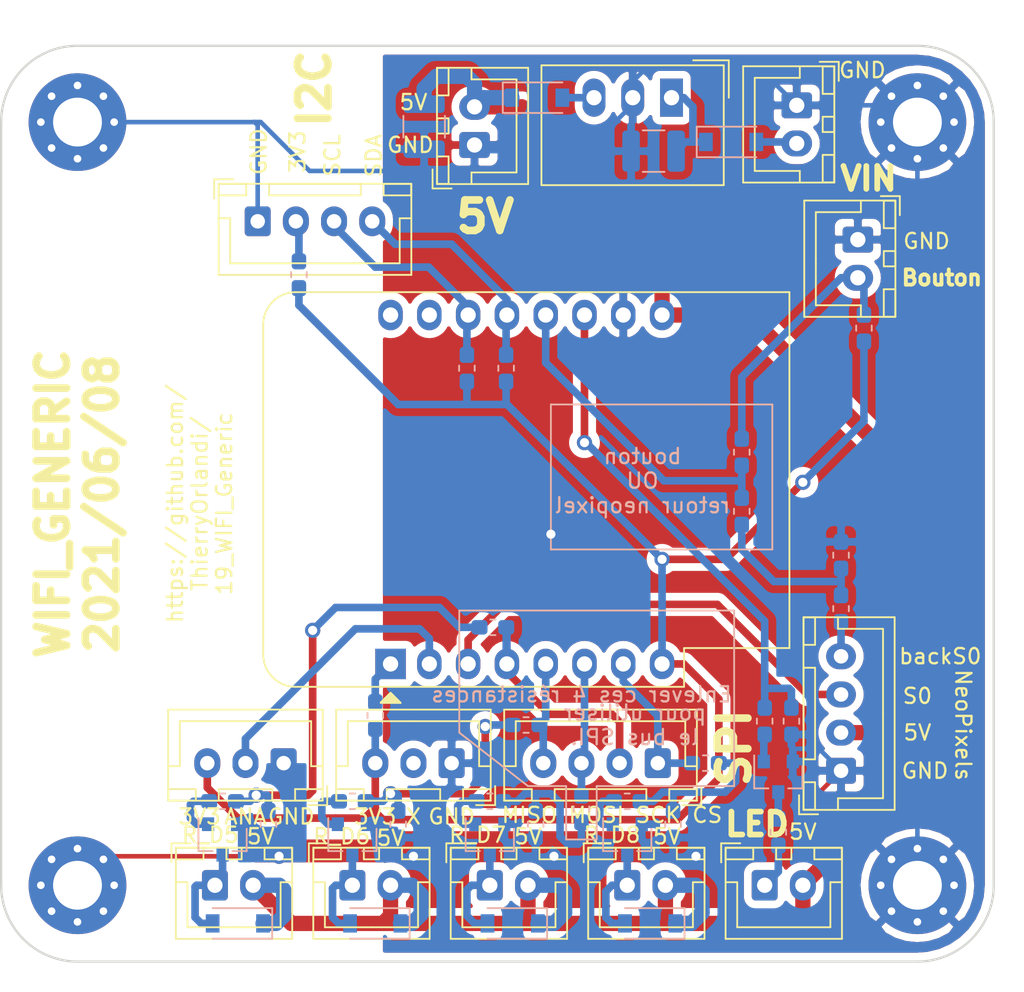
<source format=kicad_pcb>
(kicad_pcb (version 20171130) (host pcbnew "(5.1.9)-1")
  (layers (0 F.Cu signal) (31 B.Cu signal) (34 B.Paste user hide) (35 F.Paste user hide) (36 B.SilkS user) (37 F.SilkS user hide) (38 B.Mask user hide) (39 F.Mask user hide) (44 Edge.Cuts user))
  (net 0 "")
  (net 1 GND)
  (net 2 5V)
  (net 3 back0)
  (net 4 S0)
  (net 5 SCL)
  (net 6 SDA)
  (net 7 bouton1)
  (net 8 "Net-(Q1-Pad1)")
  (net 9 "Net-(Q1-Pad3)")
  (net 10 3V3)
  (net 11 LED_out)
  (net 12 back0_div)
  (net 13 "Net-(U1-Pad15)")
  (net 14 "Net-(U1-Pad16)")
  (net 15 "Net-(D1-Pad2)")
  (net 16 "Net-(D2-Pad2)")
  (net 17 "Net-(D3-Pad2)")
  (net 18 "Net-(D4-Pad2)")
  (net 19 CS)
  (net 20 SCK)
  (net 21 MOSI)
  (net 22 MISO)
  (net 23 "Net-(J6-Pad2)")
  (net 24 "Net-(J7-Pad2)")
  (net 25 "Net-(J9-Pad1)")
  (net 26 "Net-(Q2-Pad1)")
  (net 27 "Net-(Q3-Pad1)")
  (net 28 "Net-(Q4-Pad1)")
  (net 29 "Net-(Q5-Pad1)")
  (net 30 "Net-(R3-Pad1)")
  (net 31 "Net-(R4-Pad2)")
  (net 32 "Net-(R17-Pad2)")
  (net 33 "Net-(R19-Pad2)")
  (net 34 "Net-(R21-Pad2)")
  (net 35 "Net-(R23-Pad2)")
  (net 36 "Net-(C1-Pad1)")
  (net 37 Vin)
  (net 38 "Net-(D6-Pad2)")
  (net 39 "Net-(J3-Pad2)")
  (module Resistor_SMD:R_0603_1608Metric_Pad1.05x0.95mm_HandSolder (layer B.Cu) (at 145.5 101.125 270)
    (fp_text reference R7 hide)
    (fp_text value 2k2)
    (pad 2 smd roundrect (at 0.875 0 270) (size 1.05 0.95) (layers B.Cu B.Paste B.Mask) (net 10 3V3))
    (pad 1 smd roundrect (at -0.875 0 270) (size 1.05 0.95) (layers B.Cu B.Paste B.Mask) (net 5 SCL))
  )
  (module Resistor_SMD:R_0603_1608Metric_Pad1.05x0.95mm_HandSolder (layer B.Cu) (at 148.067 101.125 270)
    (fp_text reference R6 hide)
    (fp_text value 2k2)
    (pad 2 smd roundrect (at 0.875 0 270) (size 1.05 0.95) (layers B.Cu B.Paste B.Mask) (net 10 3V3))
    (pad 1 smd roundrect (at -0.875 0 270) (size 1.05 0.95) (layers B.Cu B.Paste B.Mask) (net 6 SDA))
  )
  (module Resistor_SMD:R_0603_1608Metric_Pad1.05x0.95mm_HandSolder (layer B.Cu) (at 170 113.375 270)
    (fp_text reference R2 hide)
    (fp_text value 22k)
    (pad 2 smd roundrect (at 0.875 0 270) (size 1.05 0.95) (layers B.Cu B.Paste B.Mask) (net 12 back0_div))
    (pad 1 smd roundrect (at -0.875 0 270) (size 1.05 0.95) (layers B.Cu B.Paste B.Mask) (net 1 GND))
  )
  (module Package_TO_SOT_SMD:SOT-23 (layer B.Cu) (at 165.892 127.894 270)
    (fp_text reference Q1 hide)
    (fp_text value 2N7002)
    (pad 3 smd rect (at 1 0 270) (size 0.9 0.8) (layers B.Cu B.Paste B.Mask) (net 9 "Net-(Q1-Pad3)"))
    (pad 2 smd rect (at -1 -0.95 270) (size 0.9 0.8) (layers B.Cu B.Paste B.Mask) (net 1 GND))
    (pad 1 smd rect (at -1 0.95 270) (size 0.9 0.8) (layers B.Cu B.Paste B.Mask) (net 8 "Net-(Q1-Pad1)"))
  )
  (module MountingHole:MountingHole_3.2mm_M3_Pad_Via (layer F.Cu) (at 175 135)
    (fp_text reference H3 hide)
    (fp_text value MountingHole_Pad)
    (pad 1 thru_hole circle (at 1.697056 -1.697056) (size 0.8 0.8) (drill 0.5) (layers *.Cu *.Mask) (net 1 GND))
    (pad 1 thru_hole circle (at 0 -2.4) (size 0.8 0.8) (drill 0.5) (layers *.Cu *.Mask) (net 1 GND))
    (pad 1 thru_hole circle (at -1.697056 -1.697056) (size 0.8 0.8) (drill 0.5) (layers *.Cu *.Mask) (net 1 GND))
    (pad 1 thru_hole circle (at -2.4 0) (size 0.8 0.8) (drill 0.5) (layers *.Cu *.Mask) (net 1 GND))
    (pad 1 thru_hole circle (at -1.697056 1.697056) (size 0.8 0.8) (drill 0.5) (layers *.Cu *.Mask) (net 1 GND))
    (pad 1 thru_hole circle (at 0 2.4) (size 0.8 0.8) (drill 0.5) (layers *.Cu *.Mask) (net 1 GND))
    (pad 1 thru_hole circle (at 1.697056 1.697056) (size 0.8 0.8) (drill 0.5) (layers *.Cu *.Mask) (net 1 GND))
    (pad 1 thru_hole circle (at 2.4 0) (size 0.8 0.8) (drill 0.5) (layers *.Cu *.Mask) (net 1 GND))
    (pad 1 thru_hole circle (at 0 0) (size 6.4 6.4) (drill 3.2) (layers *.Cu *.Mask) (net 1 GND))
  )
  (module MountingHole:MountingHole_3.2mm_M3_Pad_Via (layer F.Cu) (at 120 85)
    (fp_text reference H1 hide)
    (fp_text value MountingHole_Pad)
    (pad 1 thru_hole circle (at 1.697056 -1.697056) (size 0.8 0.8) (drill 0.5) (layers *.Cu *.Mask) (net 1 GND))
    (pad 1 thru_hole circle (at 0 -2.4) (size 0.8 0.8) (drill 0.5) (layers *.Cu *.Mask) (net 1 GND))
    (pad 1 thru_hole circle (at -1.697056 -1.697056) (size 0.8 0.8) (drill 0.5) (layers *.Cu *.Mask) (net 1 GND))
    (pad 1 thru_hole circle (at -2.4 0) (size 0.8 0.8) (drill 0.5) (layers *.Cu *.Mask) (net 1 GND))
    (pad 1 thru_hole circle (at -1.697056 1.697056) (size 0.8 0.8) (drill 0.5) (layers *.Cu *.Mask) (net 1 GND))
    (pad 1 thru_hole circle (at 0 2.4) (size 0.8 0.8) (drill 0.5) (layers *.Cu *.Mask) (net 1 GND))
    (pad 1 thru_hole circle (at 1.697056 1.697056) (size 0.8 0.8) (drill 0.5) (layers *.Cu *.Mask) (net 1 GND))
    (pad 1 thru_hole circle (at 2.4 0) (size 0.8 0.8) (drill 0.5) (layers *.Cu *.Mask) (net 1 GND))
    (pad 1 thru_hole circle (at 0 0) (size 6.4 6.4) (drill 3.2) (layers *.Cu *.Mask) (net 1 GND))
  )
  (module MountingHole:MountingHole_3.2mm_M3_Pad_Via (layer F.Cu) (at 175 85)
    (fp_text reference H2 hide)
    (fp_text value MountingHole_Pad)
    (pad 1 thru_hole circle (at 1.697056 -1.697056) (size 0.8 0.8) (drill 0.5) (layers *.Cu *.Mask) (net 1 GND))
    (pad 1 thru_hole circle (at 0 -2.4) (size 0.8 0.8) (drill 0.5) (layers *.Cu *.Mask) (net 1 GND))
    (pad 1 thru_hole circle (at -1.697056 -1.697056) (size 0.8 0.8) (drill 0.5) (layers *.Cu *.Mask) (net 1 GND))
    (pad 1 thru_hole circle (at -2.4 0) (size 0.8 0.8) (drill 0.5) (layers *.Cu *.Mask) (net 1 GND))
    (pad 1 thru_hole circle (at -1.697056 1.697056) (size 0.8 0.8) (drill 0.5) (layers *.Cu *.Mask) (net 1 GND))
    (pad 1 thru_hole circle (at 0 2.4) (size 0.8 0.8) (drill 0.5) (layers *.Cu *.Mask) (net 1 GND))
    (pad 1 thru_hole circle (at 1.697056 1.697056) (size 0.8 0.8) (drill 0.5) (layers *.Cu *.Mask) (net 1 GND))
    (pad 1 thru_hole circle (at 2.4 0) (size 0.8 0.8) (drill 0.5) (layers *.Cu *.Mask) (net 1 GND))
    (pad 1 thru_hole circle (at 0 0) (size 6.4 6.4) (drill 3.2) (layers *.Cu *.Mask) (net 1 GND))
  )
  (module MountingHole:MountingHole_3.2mm_M3_Pad_Via (layer F.Cu) (at 120 135)
    (fp_text reference H4 hide)
    (fp_text value MountingHole_Pad)
    (pad 1 thru_hole circle (at 1.697056 -1.697056) (size 0.8 0.8) (drill 0.5) (layers *.Cu *.Mask) (net 1 GND))
    (pad 1 thru_hole circle (at 0 -2.4) (size 0.8 0.8) (drill 0.5) (layers *.Cu *.Mask) (net 1 GND))
    (pad 1 thru_hole circle (at -1.697056 -1.697056) (size 0.8 0.8) (drill 0.5) (layers *.Cu *.Mask) (net 1 GND))
    (pad 1 thru_hole circle (at -2.4 0) (size 0.8 0.8) (drill 0.5) (layers *.Cu *.Mask) (net 1 GND))
    (pad 1 thru_hole circle (at -1.697056 1.697056) (size 0.8 0.8) (drill 0.5) (layers *.Cu *.Mask) (net 1 GND))
    (pad 1 thru_hole circle (at 0 2.4) (size 0.8 0.8) (drill 0.5) (layers *.Cu *.Mask) (net 1 GND))
    (pad 1 thru_hole circle (at 1.697056 1.697056) (size 0.8 0.8) (drill 0.5) (layers *.Cu *.Mask) (net 1 GND))
    (pad 1 thru_hole circle (at 2.4 0) (size 0.8 0.8) (drill 0.5) (layers *.Cu *.Mask) (net 1 GND))
    (pad 1 thru_hole circle (at 0 0) (size 6.4 6.4) (drill 3.2) (layers *.Cu *.Mask) (net 1 GND))
  )
  (module Resistor_SMD:R_0603_1608Metric_Pad1.05x0.95mm_HandSolder (layer B.Cu) (at 171.5 98.5 270)
    (fp_text reference R13 hide)
    (fp_text value 100k)
    (pad 2 smd roundrect (at 0.875 0 270) (size 1.05 0.95) (layers B.Cu B.Paste B.Mask) (net 10 3V3))
    (pad 1 smd roundrect (at -0.875 0 270) (size 1.05 0.95) (layers B.Cu B.Paste B.Mask) (net 7 bouton1))
  )
  (module Resistor_SMD:R_0603_1608Metric_Pad1.05x0.95mm_HandSolder (layer B.Cu) (at 170 116.875 270)
    (fp_text reference R1 hide)
    (fp_text value 10k)
    (pad 2 smd roundrect (at 0.875 0 270) (size 1.05 0.95) (layers B.Cu B.Paste B.Mask) (net 3 back0))
    (pad 1 smd roundrect (at -0.875 0 270) (size 1.05 0.95) (layers B.Cu B.Paste B.Mask) (net 12 back0_div))
  )
  (module Resistor_SMD:R_0603_1608Metric_Pad1.05x0.95mm_HandSolder (layer B.Cu) (at 165.892 131.519 270)
    (fp_text reference R14 hide)
    (fp_text value 1k)
    (pad 2 smd roundrect (at 0.875 0 270) (size 1.05 0.95) (layers B.Cu B.Paste B.Mask) (net 25 "Net-(J9-Pad1)"))
    (pad 1 smd roundrect (at -0.875 0 270) (size 1.05 0.95) (layers B.Cu B.Paste B.Mask) (net 9 "Net-(Q1-Pad3)"))
  )
  (module Resistor_SMD:R_0603_1608Metric_Pad1.05x0.95mm_HandSolder (layer B.Cu) (at 165 124.25 270)
    (fp_text reference R15 hide)
    (fp_text value 100)
    (pad 2 smd roundrect (at 0.875 0 270) (size 1.05 0.95) (layers B.Cu B.Paste B.Mask) (net 8 "Net-(Q1-Pad1)"))
    (pad 1 smd roundrect (at -0.875 0 270) (size 1.05 0.95) (layers B.Cu B.Paste B.Mask) (net 11 LED_out))
  )
  (module Resistor_SMD:R_0603_1608Metric_Pad1.05x0.95mm_HandSolder (layer B.Cu) (at 166.75 124.25 90)
    (fp_text reference R16 hide)
    (fp_text value 100k)
    (pad 2 smd roundrect (at 0.875 0 90) (size 1.05 0.95) (layers B.Cu B.Paste B.Mask) (net 11 LED_out))
    (pad 1 smd roundrect (at -0.875 0 90) (size 1.05 0.95) (layers B.Cu B.Paste B.Mask) (net 1 GND))
  )
  (module Resistor_SMD:R_0603_1608Metric_Pad1.05x0.95mm_HandSolder (layer B.Cu) (at 134.5 95 270)
    (fp_text reference R10 hide)
    (fp_text value 0)
    (pad 1 smd roundrect (at -0.875 0 270) (size 1.05 0.95) (layers B.Cu B.Paste B.Mask) (net 23 "Net-(J6-Pad2)"))
    (pad 2 smd roundrect (at 0.875 0 270) (size 1.05 0.95) (layers B.Cu B.Paste B.Mask) (net 10 3V3))
  )
  (module Module:WEMOS_D1_mini_light (layer F.Cu) (at 140.5 120.5 90)
    (fp_text reference U1 hide)
    (fp_text value WeMos_D1_mini)
    (pad 2 thru_hole oval (at 0 2.54 90) (size 2 1.6) (drill 1) (layers *.Cu *.Mask) (net 39 "Net-(J3-Pad2)"))
    (pad 1 thru_hole rect (at 0 0 90) (size 2 2) (drill 1) (layers *.Cu *.Mask) (net 30 "Net-(R3-Pad1)"))
    (pad 3 thru_hole oval (at 0 5.08 90) (size 2 1.6) (drill 1) (layers *.Cu *.Mask) (net 4 S0))
    (pad 4 thru_hole oval (at 0 7.62 90) (size 2 1.6) (drill 1) (layers *.Cu *.Mask) (net 20 SCK))
    (pad 5 thru_hole oval (at 0 10.16 90) (size 2 1.6) (drill 1) (layers *.Cu *.Mask) (net 22 MISO))
    (pad 6 thru_hole oval (at 0 12.7 90) (size 2 1.6) (drill 1) (layers *.Cu *.Mask) (net 21 MOSI))
    (pad 7 thru_hole oval (at 0 15.24 90) (size 2 1.6) (drill 1) (layers *.Cu *.Mask) (net 19 CS))
    (pad 8 thru_hole oval (at 0 17.78 90) (size 2 1.6) (drill 1) (layers *.Cu *.Mask) (net 10 3V3))
    (pad 9 thru_hole oval (at 22.86 17.78 90) (size 2 1.6) (drill 1) (layers *.Cu *.Mask) (net 2 5V))
    (pad 10 thru_hole oval (at 22.86 15.24 90) (size 2 1.6) (drill 1) (layers *.Cu *.Mask) (net 1 GND))
    (pad 11 thru_hole oval (at 22.86 12.7 90) (size 2 1.6) (drill 1) (layers *.Cu *.Mask) (net 11 LED_out))
    (pad 12 thru_hole oval (at 22.86 10.16 90) (size 2 1.6) (drill 1) (layers *.Cu *.Mask) (net 31 "Net-(R4-Pad2)"))
    (pad 13 thru_hole oval (at 22.86 7.62 90) (size 2 1.6) (drill 1) (layers *.Cu *.Mask) (net 6 SDA))
    (pad 14 thru_hole oval (at 22.86 5.08 90) (size 2 1.6) (drill 1) (layers *.Cu *.Mask) (net 5 SCL))
    (pad 15 thru_hole oval (at 22.86 2.54 90) (size 2 1.6) (drill 1) (layers *.Cu *.Mask) (net 13 "Net-(U1-Pad15)"))
    (pad 16 thru_hole oval (at 22.86 0 90) (size 2 1.6) (drill 1) (layers *.Cu *.Mask) (net 14 "Net-(U1-Pad16)"))
  )
  (module Diode_SMD:D_SOD-123 (layer B.Cu) (at 130.5 137.5 180)
    (fp_text reference D1 hide)
    (fp_text value B5819W)
    (pad 2 smd rect (at 1.65 0 180) (size 0.9 1.2) (layers B.Cu B.Paste B.Mask) (net 15 "Net-(D1-Pad2)"))
    (pad 1 smd rect (at -1.65 0 180) (size 0.9 1.2) (layers B.Cu B.Paste B.Mask) (net 2 5V))
  )
  (module Diode_SMD:D_SOD-123 (layer B.Cu) (at 139.5 137.5 180)
    (fp_text reference D2 hide)
    (fp_text value B5819W)
    (pad 1 smd rect (at -1.65 0 180) (size 0.9 1.2) (layers B.Cu B.Paste B.Mask) (net 2 5V))
    (pad 2 smd rect (at 1.65 0 180) (size 0.9 1.2) (layers B.Cu B.Paste B.Mask) (net 16 "Net-(D2-Pad2)"))
  )
  (module Diode_SMD:D_SOD-123 (layer B.Cu) (at 148.5 137.5 180)
    (fp_text reference D3 hide)
    (fp_text value B5819W)
    (pad 2 smd rect (at 1.65 0 180) (size 0.9 1.2) (layers B.Cu B.Paste B.Mask) (net 17 "Net-(D3-Pad2)"))
    (pad 1 smd rect (at -1.65 0 180) (size 0.9 1.2) (layers B.Cu B.Paste B.Mask) (net 2 5V))
  )
  (module Diode_SMD:D_SOD-123 (layer B.Cu) (at 157.5 137.5 180)
    (fp_text reference D4 hide)
    (fp_text value B5819W)
    (pad 1 smd rect (at -1.65 0 180) (size 0.9 1.2) (layers B.Cu B.Paste B.Mask) (net 2 5V))
    (pad 2 smd rect (at 1.65 0 180) (size 0.9 1.2) (layers B.Cu B.Paste B.Mask) (net 18 "Net-(D4-Pad2)"))
  )
  (module Package_TO_SOT_SMD:SOT-23 (layer B.Cu) (at 129.5 132 270)
    (fp_text reference Q2 hide)
    (fp_text value 2N7002)
    (pad 3 smd rect (at 1 0 270) (size 0.9 0.8) (layers B.Cu B.Paste B.Mask) (net 15 "Net-(D1-Pad2)"))
    (pad 2 smd rect (at -1 -0.95 270) (size 0.9 0.8) (layers B.Cu B.Paste B.Mask) (net 1 GND))
    (pad 1 smd rect (at -1 0.95 270) (size 0.9 0.8) (layers B.Cu B.Paste B.Mask) (net 26 "Net-(Q2-Pad1)"))
  )
  (module Package_TO_SOT_SMD:SOT-23 (layer B.Cu) (at 138 132 270)
    (fp_text reference Q3 hide)
    (fp_text value 2N7002)
    (pad 1 smd rect (at -1 0.95 270) (size 0.9 0.8) (layers B.Cu B.Paste B.Mask) (net 27 "Net-(Q3-Pad1)"))
    (pad 2 smd rect (at -1 -0.95 270) (size 0.9 0.8) (layers B.Cu B.Paste B.Mask) (net 1 GND))
    (pad 3 smd rect (at 1 0 270) (size 0.9 0.8) (layers B.Cu B.Paste B.Mask) (net 16 "Net-(D2-Pad2)"))
  )
  (module Package_TO_SOT_SMD:SOT-23 (layer B.Cu) (at 147 132 270)
    (fp_text reference Q4 hide)
    (fp_text value 2N7002)
    (pad 3 smd rect (at 1 0 270) (size 0.9 0.8) (layers B.Cu B.Paste B.Mask) (net 17 "Net-(D3-Pad2)"))
    (pad 2 smd rect (at -1 -0.95 270) (size 0.9 0.8) (layers B.Cu B.Paste B.Mask) (net 1 GND))
    (pad 1 smd rect (at -1 0.95 270) (size 0.9 0.8) (layers B.Cu B.Paste B.Mask) (net 28 "Net-(Q4-Pad1)"))
  )
  (module Package_TO_SOT_SMD:SOT-23 (layer B.Cu) (at 156 132 270)
    (fp_text reference Q5 hide)
    (fp_text value 2N7002)
    (pad 1 smd rect (at -1 0.95 270) (size 0.9 0.8) (layers B.Cu B.Paste B.Mask) (net 29 "Net-(Q5-Pad1)"))
    (pad 2 smd rect (at -1 -0.95 270) (size 0.9 0.8) (layers B.Cu B.Paste B.Mask) (net 1 GND))
    (pad 3 smd rect (at 1 0 270) (size 0.9 0.8) (layers B.Cu B.Paste B.Mask) (net 18 "Net-(D4-Pad2)"))
  )
  (module Resistor_SMD:R_0603_1608Metric_Pad1.05x0.95mm_HandSolder (layer B.Cu) (at 139.5 123.875 270)
    (fp_text reference R3 hide)
    (fp_text value 10k)
    (pad 1 smd roundrect (at -0.875 0 270) (size 1.05 0.95) (layers B.Cu B.Paste B.Mask) (net 30 "Net-(R3-Pad1)"))
    (pad 2 smd roundrect (at 0.875 0 270) (size 1.05 0.95) (layers B.Cu B.Paste B.Mask) (net 10 3V3))
  )
  (module Resistor_SMD:R_0603_1608Metric_Pad1.05x0.95mm_HandSolder (layer B.Cu) (at 163.5 110.5 90)
    (fp_text reference R4 hide)
    (fp_text value 0)
    (pad 1 smd roundrect (at -0.875 0 90) (size 1.05 0.95) (layers B.Cu B.Paste B.Mask) (net 12 back0_div))
    (pad 2 smd roundrect (at 0.875 0 90) (size 1.05 0.95) (layers B.Cu B.Paste B.Mask) (net 31 "Net-(R4-Pad2)"))
  )
  (module Resistor_SMD:R_0603_1608Metric_Pad1.05x0.95mm_HandSolder (layer B.Cu) (at 163.5 106.625 90)
    (fp_text reference R5 hide)
    (fp_text value 0)
    (pad 2 smd roundrect (at 0.875 0 90) (size 1.05 0.95) (layers B.Cu B.Paste B.Mask) (net 7 bouton1))
    (pad 1 smd roundrect (at -0.875 0 90) (size 1.05 0.95) (layers B.Cu B.Paste B.Mask) (net 31 "Net-(R4-Pad2)"))
  )
  (module Resistor_SMD:R_0603_1608Metric_Pad1.05x0.95mm_HandSolder (layer B.Cu) (at 147.2 118.1 180)
    (fp_text reference R17 hide)
    (fp_text value 0)
    (pad 2 smd roundrect (at 0.875 0 180) (size 1.05 0.95) (layers B.Cu B.Paste B.Mask) (net 32 "Net-(R17-Pad2)"))
    (pad 1 smd roundrect (at -0.875 0 180) (size 1.05 0.95) (layers B.Cu B.Paste B.Mask) (net 20 SCK))
  )
  (module Resistor_SMD:R_0603_1608Metric_Pad1.05x0.95mm_HandSolder (layer B.Cu) (at 129.5 129.5 180)
    (fp_text reference R18 hide)
    (fp_text value 100)
    (pad 2 smd roundrect (at 0.875 0 180) (size 1.05 0.95) (layers B.Cu B.Paste B.Mask) (net 26 "Net-(Q2-Pad1)"))
    (pad 1 smd roundrect (at -0.875 0 180) (size 1.05 0.95) (layers B.Cu B.Paste B.Mask) (net 32 "Net-(R17-Pad2)"))
  )
  (module Resistor_SMD:R_0603_1608Metric_Pad1.05x0.95mm_HandSolder (layer B.Cu) (at 149.375 124.5 180)
    (fp_text reference R19 hide)
    (fp_text value 0)
    (pad 1 smd roundrect (at -0.875 0 180) (size 1.05 0.95) (layers B.Cu B.Paste B.Mask) (net 22 MISO))
    (pad 2 smd roundrect (at 0.875 0 180) (size 1.05 0.95) (layers B.Cu B.Paste B.Mask) (net 33 "Net-(R19-Pad2)"))
  )
  (module Resistor_SMD:R_0603_1608Metric_Pad1.05x0.95mm_HandSolder (layer B.Cu) (at 138 129.5 180)
    (fp_text reference R20 hide)
    (fp_text value 100)
    (pad 2 smd roundrect (at 0.875 0 180) (size 1.05 0.95) (layers B.Cu B.Paste B.Mask) (net 27 "Net-(Q3-Pad1)"))
    (pad 1 smd roundrect (at -0.875 0 180) (size 1.05 0.95) (layers B.Cu B.Paste B.Mask) (net 33 "Net-(R19-Pad2)"))
  )
  (module Resistor_SMD:R_0603_1608Metric_Pad1.05x0.95mm_HandSolder (layer B.Cu) (at 153 130 270)
    (fp_text reference R21 hide)
    (fp_text value 0)
    (pad 2 smd roundrect (at 0.875 0 270) (size 1.05 0.95) (layers B.Cu B.Paste B.Mask) (net 34 "Net-(R21-Pad2)"))
    (pad 1 smd roundrect (at -0.875 0 270) (size 1.05 0.95) (layers B.Cu B.Paste B.Mask) (net 21 MOSI))
  )
  (module Resistor_SMD:R_0603_1608Metric_Pad1.05x0.95mm_HandSolder (layer B.Cu) (at 147 129.5 180)
    (fp_text reference R22 hide)
    (fp_text value 100)
    (pad 2 smd roundrect (at 0.875 0 180) (size 1.05 0.95) (layers B.Cu B.Paste B.Mask) (net 28 "Net-(Q4-Pad1)"))
    (pad 1 smd roundrect (at -0.875 0 180) (size 1.05 0.95) (layers B.Cu B.Paste B.Mask) (net 34 "Net-(R21-Pad2)"))
  )
  (module Resistor_SMD:R_0603_1608Metric_Pad1.05x0.95mm_HandSolder (layer B.Cu) (at 161.125 127)
    (fp_text reference R23 hide)
    (fp_text value 0)
    (pad 1 smd roundrect (at -0.875 0) (size 1.05 0.95) (layers B.Cu B.Paste B.Mask) (net 19 CS))
    (pad 2 smd roundrect (at 0.875 0) (size 1.05 0.95) (layers B.Cu B.Paste B.Mask) (net 35 "Net-(R23-Pad2)"))
  )
  (module Resistor_SMD:R_0603_1608Metric_Pad1.05x0.95mm_HandSolder (layer B.Cu) (at 156 129.5 180)
    (fp_text reference R24 hide)
    (fp_text value 100)
    (pad 1 smd roundrect (at -0.875 0 180) (size 1.05 0.95) (layers B.Cu B.Paste B.Mask) (net 35 "Net-(R23-Pad2)"))
    (pad 2 smd roundrect (at 0.875 0 180) (size 1.05 0.95) (layers B.Cu B.Paste B.Mask) (net 29 "Net-(Q5-Pad1)"))
  )
  (module Resistor_SMD:R_0603_1608Metric_Pad1.05x0.95mm_HandSolder (layer B.Cu) (at 132.5 131 90)
    (fp_text reference R25 hide)
    (fp_text value 100k)
    (pad 1 smd roundrect (at -0.875 0 90) (size 1.05 0.95) (layers B.Cu B.Paste B.Mask) (net 1 GND))
    (pad 2 smd roundrect (at 0.875 0 90) (size 1.05 0.95) (layers B.Cu B.Paste B.Mask) (net 32 "Net-(R17-Pad2)"))
  )
  (module Resistor_SMD:R_0603_1608Metric_Pad1.05x0.95mm_HandSolder (layer B.Cu) (at 141 131 90)
    (fp_text reference R26 hide)
    (fp_text value 100k)
    (pad 2 smd roundrect (at 0.875 0 90) (size 1.05 0.95) (layers B.Cu B.Paste B.Mask) (net 33 "Net-(R19-Pad2)"))
    (pad 1 smd roundrect (at -0.875 0 90) (size 1.05 0.95) (layers B.Cu B.Paste B.Mask) (net 1 GND))
  )
  (module Resistor_SMD:R_0603_1608Metric_Pad1.05x0.95mm_HandSolder (layer B.Cu) (at 150 131 90)
    (fp_text reference R27 hide)
    (fp_text value 100k)
    (pad 1 smd roundrect (at -0.875 0 90) (size 1.05 0.95) (layers B.Cu B.Paste B.Mask) (net 1 GND))
    (pad 2 smd roundrect (at 0.875 0 90) (size 1.05 0.95) (layers B.Cu B.Paste B.Mask) (net 34 "Net-(R21-Pad2)"))
  )
  (module Resistor_SMD:R_0603_1608Metric_Pad1.05x0.95mm_HandSolder (layer B.Cu) (at 159 131 90)
    (fp_text reference R28 hide)
    (fp_text value 100k)
    (pad 2 smd roundrect (at 0.875 0 90) (size 1.05 0.95) (layers B.Cu B.Paste B.Mask) (net 35 "Net-(R23-Pad2)"))
    (pad 1 smd roundrect (at -0.875 0 90) (size 1.05 0.95) (layers B.Cu B.Paste B.Mask) (net 1 GND))
  )
  (module Capacitor_SMD:C_1210_3225Metric (layer B.Cu) (at 157.725 86.9 180)
    (fp_text reference C1 hide)
    (fp_text value 10uF/50V)
    (pad 1 smd roundrect (at -1.475 0 180) (size 1.15 2.7) (layers B.Cu B.Paste B.Mask) (roundrect_rratio 0.217391) (net 36 "Net-(C1-Pad1)"))
    (pad 2 smd roundrect (at 1.475 0 180) (size 1.15 2.7) (layers B.Cu B.Paste B.Mask) (roundrect_rratio 0.217391) (net 1 GND))
  )
  (module Capacitor_SMD:C_1210_3225Metric (layer B.Cu) (at 142.7 85.3 270)
    (fp_text reference C2 hide)
    (fp_text value 10uF/50V)
    (pad 2 smd roundrect (at 1.475 0 270) (size 1.15 2.7) (layers B.Cu B.Paste B.Mask) (roundrect_rratio 0.217391) (net 1 GND))
    (pad 1 smd roundrect (at -1.475 0 270) (size 1.15 2.7) (layers B.Cu B.Paste B.Mask) (roundrect_rratio 0.217391) (net 2 5V))
  )
  (module Diode_SMD:D_SOD-123 (layer B.Cu) (at 162.8 86.3)
    (fp_text reference D5 hide)
    (fp_text value B5819W)
    (pad 2 smd rect (at 1.65 0) (size 0.9 1.2) (layers B.Cu B.Paste B.Mask) (net 37 Vin))
    (pad 1 smd rect (at -1.65 0) (size 0.9 1.2) (layers B.Cu B.Paste B.Mask) (net 36 "Net-(C1-Pad1)"))
  )
  (module Diode_SMD:D_SOD-123 (layer B.Cu) (at 150.1 83.4)
    (fp_text reference D6 hide)
    (fp_text value B5819W)
    (pad 1 smd rect (at -1.65 0) (size 0.9 1.2) (layers B.Cu B.Paste B.Mask) (net 2 5V))
    (pad 2 smd rect (at 1.65 0) (size 0.9 1.2) (layers B.Cu B.Paste B.Mask) (net 38 "Net-(D6-Pad2)"))
  )
  (module Converter_DCDC:Converter_DCDC_TRACO_TSR-1_THT (layer F.Cu) (at 158.9 83.4 180)
    (fp_text reference U2 hide)
    (fp_text value TSR_1-2450)
    (pad 1 thru_hole rect (at 0 0 180) (size 1.5 2.5) (drill 1) (layers *.Cu *.Mask) (net 36 "Net-(C1-Pad1)"))
    (pad 2 thru_hole oval (at 2.54 0 180) (size 1.5 2.5) (drill 1) (layers *.Cu *.Mask) (net 1 GND))
    (pad 3 thru_hole oval (at 5.08 0 180) (size 1.5 2.5) (drill 1) (layers *.Cu *.Mask) (net 38 "Net-(D6-Pad2)"))
  )
  (module Connector_JST:JST_XH_B4B-XH-A_1x04_P2.50mm_Vertical (layer F.Cu) (at 170 127.5 90)
    (fp_text reference J1 hide)
    (fp_text value Conn_01x04)
    (pad 1 thru_hole roundrect (at 0 0 90) (size 1.7 1.95) (drill 0.95) (layers *.Cu *.Mask) (roundrect_rratio 0.147059) (net 1 GND))
    (pad 2 thru_hole oval (at 2.5 0 90) (size 1.7 1.95) (drill 0.95) (layers *.Cu *.Mask) (net 2 5V))
    (pad 3 thru_hole oval (at 5 0 90) (size 1.7 1.95) (drill 0.95) (layers *.Cu *.Mask) (net 4 S0))
    (pad 4 thru_hole oval (at 7.5 0 90) (size 1.7 1.95) (drill 0.95) (layers *.Cu *.Mask) (net 3 back0))
  )
  (module Connector_JST:JST_XH_B2B-XH-A_1x02_P2.50mm_Vertical (layer F.Cu) (at 167.1 83.9 270)
    (fp_text reference J2 hide)
    (fp_text value Conn_01x02)
    (pad 2 thru_hole oval (at 2.5 0 270) (size 1.7 2) (drill 1) (layers *.Cu *.Mask) (net 37 Vin))
    (pad 1 thru_hole roundrect (at 0 0 270) (size 1.7 2) (drill 1) (layers *.Cu *.Mask) (roundrect_rratio 0.147059) (net 1 GND))
  )
  (module Connector_JST:JST_XH_B4B-XH-A_1x04_P2.50mm_Vertical (layer F.Cu) (at 158 127 180)
    (fp_text reference J5 hide)
    (fp_text value Conn_01x04)
    (pad 1 thru_hole roundrect (at 0 0 180) (size 1.7 1.95) (drill 0.95) (layers *.Cu *.Mask) (roundrect_rratio 0.147059) (net 19 CS))
    (pad 2 thru_hole oval (at 2.5 0 180) (size 1.7 1.95) (drill 0.95) (layers *.Cu *.Mask) (net 20 SCK))
    (pad 3 thru_hole oval (at 5 0 180) (size 1.7 1.95) (drill 0.95) (layers *.Cu *.Mask) (net 21 MOSI))
    (pad 4 thru_hole oval (at 7.5 0 180) (size 1.7 1.95) (drill 0.95) (layers *.Cu *.Mask) (net 22 MISO))
  )
  (module Connector_JST:JST_XH_B4B-XH-A_1x04_P2.50mm_Vertical (layer F.Cu) (at 131.8 91.5)
    (fp_text reference J6 hide)
    (fp_text value Conn_01x04)
    (pad 4 thru_hole oval (at 7.5 0) (size 1.7 1.95) (drill 0.95) (layers *.Cu *.Mask) (net 6 SDA))
    (pad 3 thru_hole oval (at 5 0) (size 1.7 1.95) (drill 0.95) (layers *.Cu *.Mask) (net 5 SCL))
    (pad 2 thru_hole oval (at 2.5 0) (size 1.7 1.95) (drill 0.95) (layers *.Cu *.Mask) (net 23 "Net-(J6-Pad2)"))
    (pad 1 thru_hole roundrect (at 0 0) (size 1.7 1.95) (drill 0.95) (layers *.Cu *.Mask) (roundrect_rratio 0.147059) (net 1 GND))
  )
  (module Connector_JST:JST_XH_B3B-XH-A_1x03_P2.50mm_Vertical (layer F.Cu) (at 144.5 127 180)
    (fp_text reference J7 hide)
    (fp_text value Conn_01x03)
    (pad 1 thru_hole roundrect (at 0 0 180) (size 1.7 1.95) (drill 0.95) (layers *.Cu *.Mask) (roundrect_rratio 0.147059) (net 1 GND))
    (pad 2 thru_hole oval (at 2.5 0 180) (size 1.7 1.95) (drill 0.95) (layers *.Cu *.Mask) (net 24 "Net-(J7-Pad2)"))
    (pad 3 thru_hole oval (at 5 0 180) (size 1.7 1.95) (drill 0.95) (layers *.Cu *.Mask) (net 10 3V3))
  )
  (module Connector_JST:JST_XH_B2B-XH-A_1x02_P2.50mm_Vertical (layer F.Cu) (at 171.1 92.7 270)
    (fp_text reference J8 hide)
    (fp_text value Conn_01x02)
    (pad 1 thru_hole roundrect (at 0 0 270) (size 1.7 2) (drill 1) (layers *.Cu *.Mask) (roundrect_rratio 0.147059) (net 1 GND))
    (pad 2 thru_hole oval (at 2.5 0 270) (size 1.7 2) (drill 1) (layers *.Cu *.Mask) (net 7 bouton1))
  )
  (module Connector_JST:JST_XH_B2B-XH-A_1x02_P2.50mm_Vertical (layer F.Cu) (at 165 135)
    (fp_text reference J9 hide)
    (fp_text value Conn_01x02)
    (pad 1 thru_hole roundrect (at 0 0) (size 1.7 2) (drill 1) (layers *.Cu *.Mask) (roundrect_rratio 0.147059) (net 25 "Net-(J9-Pad1)"))
    (pad 2 thru_hole oval (at 2.5 0) (size 1.7 2) (drill 1) (layers *.Cu *.Mask) (net 2 5V))
  )
  (module Connector_JST:JST_XH_B2B-XH-A_1x02_P2.50mm_Vertical (layer F.Cu) (at 129 135)
    (fp_text reference J10 hide)
    (fp_text value Conn_01x02)
    (pad 2 thru_hole oval (at 2.5 0) (size 1.7 2) (drill 1) (layers *.Cu *.Mask) (net 2 5V))
    (pad 1 thru_hole roundrect (at 0 0) (size 1.7 2) (drill 1) (layers *.Cu *.Mask) (roundrect_rratio 0.147059) (net 15 "Net-(D1-Pad2)"))
  )
  (module Connector_JST:JST_XH_B2B-XH-A_1x02_P2.50mm_Vertical (layer F.Cu) (at 138 135)
    (fp_text reference J11 hide)
    (fp_text value Conn_01x02)
    (pad 1 thru_hole roundrect (at 0 0) (size 1.7 2) (drill 1) (layers *.Cu *.Mask) (roundrect_rratio 0.147059) (net 16 "Net-(D2-Pad2)"))
    (pad 2 thru_hole oval (at 2.5 0) (size 1.7 2) (drill 1) (layers *.Cu *.Mask) (net 2 5V))
  )
  (module Connector_JST:JST_XH_B2B-XH-A_1x02_P2.50mm_Vertical (layer F.Cu) (at 147 135)
    (fp_text reference J12 hide)
    (fp_text value Conn_01x02)
    (pad 1 thru_hole roundrect (at 0 0) (size 1.7 2) (drill 1) (layers *.Cu *.Mask) (roundrect_rratio 0.147059) (net 17 "Net-(D3-Pad2)"))
    (pad 2 thru_hole oval (at 2.5 0) (size 1.7 2) (drill 1) (layers *.Cu *.Mask) (net 2 5V))
  )
  (module Connector_JST:JST_XH_B2B-XH-A_1x02_P2.50mm_Vertical (layer F.Cu) (at 156 135)
    (fp_text reference J13 hide)
    (fp_text value Conn_01x02)
    (pad 2 thru_hole oval (at 2.5 0) (size 1.7 2) (drill 1) (layers *.Cu *.Mask) (net 2 5V))
    (pad 1 thru_hole roundrect (at 0 0) (size 1.7 2) (drill 1) (layers *.Cu *.Mask) (roundrect_rratio 0.147059) (net 18 "Net-(D4-Pad2)"))
  )
  (module Connector_JST:JST_XH_B2B-XH-A_1x02_P2.50mm_Vertical (layer F.Cu) (at 146 86.5 90)
    (fp_text reference J15 hide)
    (fp_text value Conn_01x02)
    (pad 1 thru_hole roundrect (at 0 0 90) (size 1.7 2) (drill 1) (layers *.Cu *.Mask) (roundrect_rratio 0.147059) (net 1 GND))
    (pad 2 thru_hole oval (at 2.5 0 90) (size 1.7 2) (drill 1) (layers *.Cu *.Mask) (net 2 5V))
  )
  (module Connector_JST:JST_XH_B3B-XH-A_1x03_P2.50mm_Vertical (layer F.Cu) (at 133.5 127 180)
    (fp_text reference J3 hide)
    (fp_text value Conn_01x03)
    (pad 1 thru_hole roundrect (at 0 0 180) (size 1.7 1.95) (drill 0.95) (layers *.Cu *.Mask) (roundrect_rratio 0.147059) (net 1 GND))
    (pad 2 thru_hole oval (at 2.5 0 180) (size 1.7 1.95) (drill 0.95) (layers *.Cu *.Mask) (net 39 "Net-(J3-Pad2)"))
    (pad 3 thru_hole oval (at 5 0 180) (size 1.7 1.95) (drill 0.95) (layers *.Cu *.Mask) (net 10 3V3))
  )
  (gr_text "pour utiliser\nle bus SPI." (at 156.5 124.5) (layer B.SilkS) (effects (font (size 1 1)) (justify mirror)))
  (gr_text "Enlever ces 4 résistances" (at 153 122.5) (layer B.SilkS) (effects (font (size 1 1)) (justify mirror)))
  (gr_line (start 163 117) (end 145 117) (layer B.SilkS) (width 0.12))
  (gr_line (start 163 117.5) (end 163 117) (layer B.SilkS) (width 0.12))
  (gr_line (start 163 126) (end 163 117.5) (layer B.SilkS) (width 0.12))
  (gr_line (start 163 128.5) (end 163 126) (layer B.SilkS) (width 0.12))
  (gr_line (start 154 128.5) (end 163 128.5) (layer B.SilkS) (width 0.12))
  (gr_line (start 154 132) (end 154 128.5) (layer B.SilkS) (width 0.12))
  (gr_line (start 152 128.5) (end 152 132) (layer B.SilkS) (width 0.12))
  (gr_line (start 149.5 128.5) (end 152 128.5) (layer B.SilkS) (width 0.12))
  (gr_line (start 145 125) (end 149.5 128.5) (layer B.SilkS) (width 0.12))
  (gr_line (start 145 117) (end 145 125) (layer B.SilkS) (width 0.12))
  (gr_line (start 151 103.5) (end 161 103.5) (layer B.SilkS) (width 0.12))
  (gr_line (start 151 107) (end 151 103.5) (layer B.SilkS) (width 0.12))
  (gr_line (start 151 113) (end 151 107) (layer B.SilkS) (width 0.12))
  (gr_line (start 161 113) (end 151 113) (layer B.SilkS) (width 0.12))
  (gr_text "bouton\nOU\nretour neopixel" (at 157 108.5) (layer B.SilkS) (effects (font (size 1 1)) (justify mirror)))
  (gr_line (start 163 126) (end 163 128) (layer B.SilkS) (width 0.12))
  (gr_line (start 152 132) (end 154 132) (layer B.SilkS) (width 0.12))
  (gr_line (start 165.5 103.5) (end 161 103.5) (layer B.SilkS) (width 0.12))
  (gr_line (start 165.5 113) (end 165.5 103.5) (layer B.SilkS) (width 0.12))
  (gr_line (start 161 113) (end 165.5 113) (layer B.SilkS) (width 0.12))
  (gr_text R_D8 (at 155 131.7) (layer F.SilkS) (effects (font (size 1 1))))
  (gr_text R_D7 (at 146.2 131.7) (layer F.SilkS) (effects (font (size 1 1))))
  (gr_text R_D6 (at 137.3 131.8) (layer F.SilkS) (effects (font (size 1 1))))
  (gr_text 5V (at 158.6 131.8) (layer F.SilkS) (effects (font (size 1 1))))
  (gr_text 5V (at 149.5 131.8) (layer F.SilkS) (effects (font (size 1 1))))
  (gr_text 5V (at 140.5 131.9) (layer F.SilkS) (effects (font (size 1 1))))
  (gr_text SPI (at 163 126 90) (layer F.SilkS) (effects (font (size 2 2) (thickness 0.5))))
  (gr_text "MISO MOSI SCK CS" (at 155 130.4) (layer F.SilkS) (effects (font (size 1 1))))
  (gr_text X (at 142 130.5) (layer F.SilkS) (effects (font (size 1 1))))
  (gr_text GND (at 144.5 130.5) (layer F.SilkS) (effects (font (size 1 1))))
  (gr_text 3V3 (at 139.5 130.5) (layer F.SilkS) (effects (font (size 1 1))))
  (gr_text R_D5 (at 128.7 131.7) (layer F.SilkS) (effects (font (size 1 1))))
  (gr_text 5V (at 132 131.8) (layer F.SilkS) (effects (font (size 1 1))))
  (gr_text GND (at 171.4 81.6) (layer F.SilkS) (effects (font (size 1 1))))
  (gr_text 5V (at 142 83.7) (layer F.SilkS) (effects (font (size 1 1))))
  (gr_text GND (at 141.8 86.5) (layer F.SilkS) (effects (font (size 1 1))))
  (gr_text 5V (at 146.7 91.2) (layer F.SilkS) (effects (font (size 2 2) (thickness 0.5))))
  (gr_text ANA (at 131 130.5) (layer F.SilkS) (effects (font (size 1 1))))
  (gr_text 3V3 (at 128 130.5) (layer F.SilkS) (effects (font (size 1 1))))
  (gr_text GND (at 134 130.5) (layer F.SilkS) (effects (font (size 1 1))))
  (gr_text VIN (at 171.8 88.7) (layer F.SilkS) (effects (font (size 1.5 1.5) (thickness 0.375))))
  (gr_text I2C (at 135.5 82.8 90) (layer F.SilkS) (effects (font (size 2 2) (thickness 0.5))))
  (gr_text "WIFI_GENERIC\n2021/06/08" (at 120 110 90) (layer F.SilkS) (effects (font (size 2 2) (thickness 0.5))))
  (gr_text GND (at 175.6 92.8) (layer F.SilkS) (effects (font (size 1 1))))
  (gr_text 5V (at 167.5 131.5) (layer F.SilkS) (effects (font (size 1 1))))
  (gr_text SDA (at 139.4 87.2 90) (layer F.SilkS) (effects (font (size 1 1))))
  (gr_text SCL (at 136.694 87.186 90) (layer F.SilkS) (effects (font (size 1 1))))
  (gr_text 3V3 (at 134.408 86.932 90) (layer F.SilkS) (effects (font (size 1 1))))
  (gr_text GND (at 131.868 86.932 90) (layer F.SilkS) (effects (font (size 1 1))))
  (gr_text backS0 (at 176.5 120) (layer F.SilkS) (effects (font (size 1 1))))
  (gr_text S0 (at 175 122.6) (layer F.SilkS) (effects (font (size 1 1))))
  (gr_text 5V (at 175 125) (layer F.SilkS) (effects (font (size 1 1))))
  (gr_text GND (at 175.5 127.5) (layer F.SilkS) (effects (font (size 1 1))))
  (gr_text "https://github.com/\nThierryOrlandi/\n19_WIFI_Generic" (at 128 110 90) (layer F.SilkS) (effects (font (size 1 1))))
  (gr_text NeoPixels (at 178 124.5 -90) (layer F.SilkS) (effects (font (size 1 1))))
  (gr_text Bouton (at 176.6 95.2) (layer F.SilkS) (effects (font (size 1 1) (thickness 0.25))))
  (gr_text LED (at 164.5 131) (layer F.SilkS) (effects (font (size 1.5 1.5) (thickness 0.375))))
  (gr_arc (start 175 85) (end 180 85) (angle -90) (layer Edge.Cuts) (width 0.15))
  (gr_arc (start 175 135) (end 175 140) (angle -90) (layer Edge.Cuts) (width 0.15))
  (gr_arc (start 120 135) (end 115 135) (angle -90) (layer Edge.Cuts) (width 0.15))
  (gr_arc (start 120 85) (end 120 80) (angle -90) (layer Edge.Cuts) (width 0.15))
  (gr_line (start 115 135) (end 115 85) (layer Edge.Cuts) (width 0.15))
  (gr_line (start 175 140) (end 120 140) (layer Edge.Cuts) (width 0.15))
  (gr_line (start 180 85) (end 180 135) (layer Edge.Cuts) (width 0.15))
  (gr_line (start 120 80) (end 175 80) (layer Edge.Cuts) (width 0.15))
  (segment (start 120 85) (end 131.5 85) (width 0.3) (layer B.Cu) (net 1))
  (segment (start 131.5 85) (end 132 85) (width 0.3) (layer B.Cu) (net 1))
  (segment (start 131.8 91.5) (end 131.8 85.2) (width 0.3) (layer B.Cu) (net 1))
  (segment (start 131.6 85) (end 131.5 85) (width 0.3) (layer B.Cu) (net 1))
  (segment (start 131.8 85.2) (end 131.6 85) (width 0.3) (layer B.Cu) (net 1))
  (segment (start 142.7 86.775) (end 142.7 88.2) (width 0.3) (layer B.Cu) (net 1))
  (segment (start 142.7 88.2) (end 143 88.5) (width 0.3) (layer B.Cu) (net 1))
  (segment (start 143 88.5) (end 145.5 88.5) (width 0.3) (layer B.Cu) (net 1))
  (segment (start 145.5 88.5) (end 146 88) (width 0.3) (layer B.Cu) (net 1))
  (segment (start 146 88) (end 146 86.5) (width 0.3) (layer B.Cu) (net 1))
  (segment (start 142.7 88.2) (end 135.2 88.2) (width 0.3) (layer B.Cu) (net 1))
  (segment (start 132 85) (end 131.6 85) (width 0.3) (layer B.Cu) (net 1))
  (segment (start 135.2 88.2) (end 132 85) (width 0.3) (layer B.Cu) (net 1))
  (segment (start 146.4 86.9) (end 146 86.5) (width 0.3) (layer B.Cu) (net 1))
  (segment (start 156.36 83.4) (end 156.36 83.84) (width 0.3) (layer B.Cu) (net 1))
  (segment (start 154.9 85.3) (end 154.9 86.9) (width 0.3) (layer B.Cu) (net 1))
  (segment (start 156.36 83.84) (end 154.9 85.3) (width 0.3) (layer B.Cu) (net 1))
  (segment (start 156.25 86.9) (end 154.9 86.9) (width 0.3) (layer B.Cu) (net 1))
  (segment (start 173.9 83.9) (end 175 85) (width 0.3) (layer B.Cu) (net 1))
  (segment (start 167.1 83.9) (end 173.9 83.9) (width 0.3) (layer B.Cu) (net 1))
  (segment (start 171.1 88.9) (end 175 85) (width 0.3) (layer B.Cu) (net 1))
  (segment (start 171.1 92.7) (end 171.1 88.9) (width 0.3) (layer B.Cu) (net 1))
  (segment (start 130.45 131) (end 131.2 131) (width 0.3) (layer B.Cu) (net 1))
  (segment (start 131.2 131) (end 131.5 131.3) (width 0.3) (layer B.Cu) (net 1))
  (segment (start 131.5 131.3) (end 131.5 132.6) (width 0.3) (layer B.Cu) (net 1))
  (segment (start 131.5 132.6) (end 131.9 133) (width 0.3) (layer B.Cu) (net 1))
  (segment (start 131.9 133) (end 132.5 133) (width 0.3) (layer B.Cu) (net 1))
  (segment (start 132.5 133) (end 132.5 131.875) (width 0.3) (layer B.Cu) (net 1))
  (segment (start 138.95 131) (end 139.5 131) (width 0.3) (layer B.Cu) (net 1))
  (segment (start 139.5 131) (end 139.9 131.4) (width 0.3) (layer B.Cu) (net 1))
  (segment (start 139.9 131.4) (end 139.9 132.5) (width 0.3) (layer B.Cu) (net 1))
  (segment (start 139.9 132.5) (end 140.4 133) (width 0.3) (layer B.Cu) (net 1))
  (segment (start 140.4 133) (end 140.9 133) (width 0.3) (layer B.Cu) (net 1))
  (segment (start 141 132.9) (end 141 131.875) (width 0.3) (layer B.Cu) (net 1))
  (segment (start 140.9 133) (end 141 132.9) (width 0.3) (layer B.Cu) (net 1))
  (segment (start 147.95 131) (end 148.6 131) (width 0.3) (layer B.Cu) (net 1))
  (segment (start 148.6 131) (end 148.8 131.2) (width 0.3) (layer B.Cu) (net 1))
  (segment (start 148.8 131.2) (end 148.8 132.6) (width 0.3) (layer B.Cu) (net 1))
  (segment (start 148.8 132.6) (end 149.2 133) (width 0.3) (layer B.Cu) (net 1))
  (segment (start 149.2 133) (end 149.8 133) (width 0.3) (layer B.Cu) (net 1))
  (segment (start 150 132.8) (end 150 131.875) (width 0.3) (layer B.Cu) (net 1))
  (segment (start 149.8 133) (end 150 132.8) (width 0.3) (layer B.Cu) (net 1))
  (segment (start 166.842 125.217) (end 166.75 125.125) (width 0.3) (layer B.Cu) (net 1))
  (segment (start 168.558 126.058) (end 170 127.5) (width 0.3) (layer B.Cu) (net 1))
  (segment (start 166.842 126.058) (end 168.558 126.058) (width 0.3) (layer B.Cu) (net 1))
  (segment (start 166.842 126.894) (end 166.842 126.058) (width 0.3) (layer B.Cu) (net 1))
  (segment (start 166.842 126.058) (end 166.842 125.217) (width 0.3) (layer B.Cu) (net 1))
  (segment (start 156.95 131) (end 157.9 131) (width 0.3) (layer B.Cu) (net 1))
  (segment (start 157.9 131) (end 158 131.1) (width 0.3) (layer B.Cu) (net 1))
  (segment (start 158 131.1) (end 158 132.7) (width 0.3) (layer B.Cu) (net 1))
  (segment (start 158 132.7) (end 158.4 133.1) (width 0.3) (layer B.Cu) (net 1))
  (segment (start 158.4 133.1) (end 158.9 133.1) (width 0.3) (layer B.Cu) (net 1))
  (segment (start 159 133) (end 159 131.875) (width 0.3) (layer B.Cu) (net 1))
  (segment (start 158.9 133.1) (end 159 133) (width 0.3) (layer B.Cu) (net 1))
  (segment (start 170 130) (end 175 135) (width 0.3) (layer B.Cu) (net 1))
  (segment (start 170 127.5) (end 170 130) (width 0.3) (layer B.Cu) (net 1))
  (segment (start 176.5 86.5) (end 175 85) (width 0.3) (layer B.Cu) (net 1))
  (segment (start 175 119.32207) (end 175 135) (width 0.3) (layer B.Cu) (net 1))
  (segment (start 170 112.5) (end 170 111.1) (width 0.3) (layer B.Cu) (net 1))
  (segment (start 170 111.1) (end 170.1 111) (width 0.3) (layer B.Cu) (net 1))
  (segment (start 175 111) (end 175 119.32207) (width 0.3) (layer B.Cu) (net 1))
  (segment (start 170.1 111) (end 175 111) (width 0.3) (layer B.Cu) (net 1))
  (segment (start 175 85) (end 175 111) (width 0.3) (layer B.Cu) (net 1))
  (segment (start 155.74 97.64) (end 155.74 93.84) (width 0.3) (layer B.Cu) (net 1))
  (segment (start 155.74 93.84) (end 151.7 89.8) (width 0.3) (layer B.Cu) (net 1))
  (segment (start 151.7 89.8) (end 151.7 86.9) (width 0.3) (layer B.Cu) (net 1))
  (segment (start 151.7 86.9) (end 146.4 86.9) (width 0.3) (layer B.Cu) (net 1))
  (segment (start 154.9 86.9) (end 151.7 86.9) (width 0.3) (layer B.Cu) (net 1))
  (segment (start 156.36 83.4) (end 156.36 82.34) (width 0.3) (layer B.Cu) (net 1))
  (segment (start 156.36 82.34) (end 157.2 81.5) (width 0.3) (layer B.Cu) (net 1))
  (segment (start 164.7 81.5) (end 167.1 83.9) (width 0.3) (layer B.Cu) (net 1))
  (segment (start 157.2 81.5) (end 164.7 81.5) (width 0.3) (layer B.Cu) (net 1))
  (via (at 160.5 133.1) (size 1) (drill 0.6) (layers F.Cu B.Cu) (net 1))
  (segment (start 158.9 133.1) (end 160.5 133.1) (width 0.3) (layer B.Cu) (net 1))
  (segment (start 164.4 133.1) (end 170 127.5) (width 0.3) (layer F.Cu) (net 1))
  (segment (start 160.5 133.1) (end 164.4 133.1) (width 0.3) (layer F.Cu) (net 1))
  (via (at 151.2 133.1) (size 1) (drill 0.6) (layers F.Cu B.Cu) (net 1))
  (segment (start 160.5 133.1) (end 151.2 133.1) (width 0.3) (layer F.Cu) (net 1))
  (segment (start 150.3 133.1) (end 150 132.8) (width 0.3) (layer B.Cu) (net 1))
  (segment (start 151.2 133.1) (end 150.3 133.1) (width 0.3) (layer B.Cu) (net 1))
  (via (at 142 133.1) (size 1) (drill 0.6) (layers F.Cu B.Cu) (net 1))
  (segment (start 151.2 133.1) (end 142 133.1) (width 0.3) (layer F.Cu) (net 1))
  (segment (start 141.2 133.1) (end 141 132.9) (width 0.3) (layer B.Cu) (net 1))
  (segment (start 142 133.1) (end 141.2 133.1) (width 0.3) (layer B.Cu) (net 1))
  (segment (start 144.5 127) (end 144.5 128.3) (width 0.3) (layer B.Cu) (net 1))
  (segment (start 144.5 128.3) (end 143.4 129.4) (width 0.3) (layer B.Cu) (net 1))
  (segment (start 143.4 131.7) (end 142 133.1) (width 0.3) (layer B.Cu) (net 1))
  (segment (start 143.4 129.4) (end 143.4 131.7) (width 0.3) (layer B.Cu) (net 1))
  (via (at 133.2 133.1) (size 1) (drill 0.6) (layers F.Cu B.Cu) (net 1))
  (segment (start 142 133.1) (end 133.2 133.1) (width 0.3) (layer F.Cu) (net 1))
  (segment (start 132.6 133.1) (end 132.5 133) (width 0.3) (layer B.Cu) (net 1))
  (segment (start 133.2 133.1) (end 132.6 133.1) (width 0.3) (layer B.Cu) (net 1))
  (segment (start 121.9 133.1) (end 120 135) (width 0.3) (layer F.Cu) (net 1))
  (segment (start 133.2 133.1) (end 121.9 133.1) (width 0.3) (layer F.Cu) (net 1))
  (segment (start 133.5 127) (end 133.5 127.2) (width 0.3) (layer B.Cu) (net 1))
  (segment (start 133.5 127.2) (end 134.7 128.4) (width 0.3) (layer B.Cu) (net 1))
  (segment (start 134.7 128.4) (end 134.7 132.1) (width 0.3) (layer B.Cu) (net 1))
  (segment (start 133.7 133.1) (end 133.2 133.1) (width 0.3) (layer B.Cu) (net 1))
  (segment (start 134.7 132.1) (end 133.7 133.1) (width 0.3) (layer B.Cu) (net 1))
  (segment (start 155.74 97.64) (end 155.74 107.26) (width 0.3) (layer F.Cu) (net 1))
  (via (at 151 112) (size 1) (drill 0.6) (layers F.Cu B.Cu) (net 1))
  (segment (start 155.74 107.26) (end 151 112) (width 0.3) (layer F.Cu) (net 1))
  (segment (start 142.7 83.825) (end 142.7 82.8) (width 1) (layer B.Cu) (net 2))
  (segment (start 142.7 82.8) (end 143.5 82) (width 1) (layer B.Cu) (net 2))
  (segment (start 143.5 82) (end 145.5 82) (width 1) (layer B.Cu) (net 2))
  (segment (start 146 82.5) (end 146 84) (width 1) (layer B.Cu) (net 2))
  (segment (start 145.5 82) (end 146 82.5) (width 1) (layer B.Cu) (net 2))
  (segment (start 146.6 83.4) (end 146 84) (width 1) (layer B.Cu) (net 2))
  (segment (start 148.45 83.4) (end 146.6 83.4) (width 1) (layer B.Cu) (net 2))
  (segment (start 132.15 137.5) (end 133 137.5) (width 1) (layer B.Cu) (net 2))
  (segment (start 133 137.5) (end 133.5 137) (width 1) (layer B.Cu) (net 2))
  (segment (start 133.5 137) (end 133.5 135.3) (width 1) (layer B.Cu) (net 2))
  (segment (start 133.2 135) (end 131.5 135) (width 1) (layer B.Cu) (net 2))
  (segment (start 133.5 135.3) (end 133.2 135) (width 1) (layer B.Cu) (net 2))
  (segment (start 141.15 137.5) (end 141.9 137.5) (width 1) (layer B.Cu) (net 2))
  (segment (start 141.9 137.5) (end 142.5 136.9) (width 1) (layer B.Cu) (net 2))
  (segment (start 142.5 136.9) (end 142.5 135.6) (width 1) (layer B.Cu) (net 2))
  (segment (start 141.9 135) (end 140.5 135) (width 1) (layer B.Cu) (net 2))
  (segment (start 142.5 135.6) (end 141.9 135) (width 1) (layer B.Cu) (net 2))
  (segment (start 150.15 137.5) (end 151.2 137.5) (width 1) (layer B.Cu) (net 2))
  (segment (start 151.2 137.5) (end 151.9 136.8) (width 1) (layer B.Cu) (net 2))
  (segment (start 151.9 136.8) (end 151.9 135.4) (width 1) (layer B.Cu) (net 2))
  (segment (start 151.5 135) (end 149.5 135) (width 1) (layer B.Cu) (net 2))
  (segment (start 151.9 135.4) (end 151.5 135) (width 1) (layer B.Cu) (net 2))
  (segment (start 159.15 137.5) (end 160.2 137.5) (width 1) (layer B.Cu) (net 2))
  (segment (start 160.2 137.5) (end 160.9 136.8) (width 1) (layer B.Cu) (net 2))
  (segment (start 160.9 136.8) (end 160.9 135.4) (width 1) (layer B.Cu) (net 2))
  (segment (start 160.5 135) (end 158.5 135) (width 1) (layer B.Cu) (net 2))
  (segment (start 160.9 135.4) (end 160.5 135) (width 1) (layer B.Cu) (net 2))
  (segment (start 167.5 136.6) (end 167.5 135) (width 1) (layer F.Cu) (net 2))
  (segment (start 166.6 137.5) (end 167.5 136.6) (width 1) (layer F.Cu) (net 2))
  (segment (start 158.5 137.3) (end 158.3 137.5) (width 1) (layer F.Cu) (net 2))
  (segment (start 158.5 135) (end 158.5 137.3) (width 1) (layer F.Cu) (net 2))
  (segment (start 158.3 137.5) (end 166.6 137.5) (width 1) (layer F.Cu) (net 2))
  (segment (start 149.5 137) (end 149 137.5) (width 1) (layer F.Cu) (net 2))
  (segment (start 149.5 135) (end 149.5 137) (width 1) (layer F.Cu) (net 2))
  (segment (start 149 137.5) (end 158.3 137.5) (width 1) (layer F.Cu) (net 2))
  (segment (start 140.5 137) (end 140 137.5) (width 1) (layer F.Cu) (net 2))
  (segment (start 140.5 135) (end 140.5 137) (width 1) (layer F.Cu) (net 2))
  (segment (start 140 137.5) (end 149 137.5) (width 1) (layer F.Cu) (net 2))
  (segment (start 134 137.5) (end 131.5 135) (width 1) (layer F.Cu) (net 2))
  (segment (start 140 137.5) (end 134 137.5) (width 1) (layer F.Cu) (net 2))
  (segment (start 146 84) (end 149.1 84) (width 1) (layer F.Cu) (net 2))
  (segment (start 158.28 93.18) (end 158.28 97.64) (width 1) (layer F.Cu) (net 2))
  (segment (start 149.1 84) (end 158.28 93.18) (width 1) (layer F.Cu) (net 2))
  (segment (start 158.28 97.64) (end 163.94 97.64) (width 1) (layer F.Cu) (net 2))
  (segment (start 163.94 97.64) (end 174.3 108) (width 1) (layer F.Cu) (net 2))
  (segment (start 174.3 108) (end 174.3 123.7) (width 1) (layer F.Cu) (net 2))
  (segment (start 167.5 135) (end 174.3 128.2) (width 1) (layer F.Cu) (net 2))
  (segment (start 174.2 125) (end 174.3 125.1) (width 1) (layer F.Cu) (net 2))
  (segment (start 172.5 125) (end 174.2 125) (width 1) (layer F.Cu) (net 2))
  (segment (start 174.3 128.2) (end 174.3 125.1) (width 1) (layer F.Cu) (net 2))
  (segment (start 174.3 125.1) (end 174.3 123.7) (width 1) (layer F.Cu) (net 2))
  (segment (start 173 125) (end 172.5 125) (width 1) (layer F.Cu) (net 2))
  (segment (start 172.5 125) (end 170 125) (width 1) (layer F.Cu) (net 2))
  (segment (start 170 117.75) (end 170 120) (width 0.5) (layer B.Cu) (net 3))
  (segment (start 145.58 120.5) (end 145.58 118.92) (width 0.5) (layer F.Cu) (net 4))
  (segment (start 145.58 118.92) (end 147.9 116.6) (width 0.5) (layer F.Cu) (net 4))
  (segment (start 147.9 116.6) (end 161.9 116.6) (width 0.5) (layer F.Cu) (net 4))
  (segment (start 167.8 122.5) (end 170 122.5) (width 0.5) (layer F.Cu) (net 4))
  (segment (start 161.9 116.6) (end 167.8 122.5) (width 0.5) (layer F.Cu) (net 4))
  (segment (start 145.58 97.64) (end 145.58 97.08) (width 0.5) (layer B.Cu) (net 5))
  (segment (start 145.58 97.08) (end 143 94.5) (width 0.5) (layer B.Cu) (net 5))
  (segment (start 136.8 91.8) (end 139.5 94.5) (width 0.5) (layer B.Cu) (net 5))
  (segment (start 136.8 91.5) (end 136.8 91.8) (width 0.5) (layer B.Cu) (net 5))
  (segment (start 143 94.5) (end 139.5 94.5) (width 0.5) (layer B.Cu) (net 5))
  (segment (start 145.5 97.72) (end 145.58 97.64) (width 0.5) (layer B.Cu) (net 5))
  (segment (start 145.5 100.25) (end 145.5 97.72) (width 0.5) (layer B.Cu) (net 5))
  (segment (start 148.12 97.64) (end 148.12 96.62) (width 0.5) (layer B.Cu) (net 6))
  (segment (start 148.12 96.62) (end 144.5 93) (width 0.5) (layer B.Cu) (net 6))
  (segment (start 140.8 93) (end 139.3 91.5) (width 0.5) (layer B.Cu) (net 6))
  (segment (start 144.5 93) (end 140.8 93) (width 0.5) (layer B.Cu) (net 6))
  (segment (start 148.067 97.693) (end 148.12 97.64) (width 0.5) (layer B.Cu) (net 6))
  (segment (start 148.067 100.25) (end 148.067 97.693) (width 0.5) (layer B.Cu) (net 6))
  (segment (start 171.5 95.6) (end 171.1 95.2) (width 0.5) (layer B.Cu) (net 7))
  (segment (start 171.5 97.625) (end 171.5 95.6) (width 0.5) (layer B.Cu) (net 7))
  (segment (start 163.5 105.75) (end 163.5 101.7) (width 0.5) (layer B.Cu) (net 7))
  (segment (start 170 95.2) (end 171.1 95.2) (width 0.5) (layer B.Cu) (net 7))
  (segment (start 163.5 101.7) (end 170 95.2) (width 0.5) (layer B.Cu) (net 7))
  (segment (start 164.942 125.183) (end 165 125.125) (width 0.5) (layer B.Cu) (net 8))
  (segment (start 164.942 126.894) (end 164.942 125.183) (width 0.5) (layer B.Cu) (net 8))
  (segment (start 165.892 128.894) (end 165.892 130.644) (width 0.5) (layer B.Cu) (net 9))
  (segment (start 145.5 102) (end 145.5 103.5) (width 0.5) (layer B.Cu) (net 10))
  (segment (start 145.5 103.5) (end 148 103.5) (width 0.5) (layer B.Cu) (net 10))
  (segment (start 148.067 103.433) (end 148 103.5) (width 0.5) (layer B.Cu) (net 10))
  (segment (start 148.067 102) (end 148.067 103.433) (width 0.5) (layer B.Cu) (net 10))
  (segment (start 139.5 124.75) (end 139.5 127) (width 0.5) (layer B.Cu) (net 10))
  (segment (start 134.5 97) (end 141 103.5) (width 0.5) (layer B.Cu) (net 10))
  (segment (start 141 103.5) (end 145.5 103.5) (width 0.5) (layer B.Cu) (net 10))
  (segment (start 134.5 95.875) (end 134.5 97) (width 0.5) (layer B.Cu) (net 10))
  (segment (start 158.28 113.646) (end 148.067 103.433) (width 0.5) (layer B.Cu) (net 10))
  (segment (start 158.28 120.5) (end 158.28 113.646) (width 0.5) (layer B.Cu) (net 10))
  (via (at 167.5 108.6) (size 1) (drill 0.6) (layers F.Cu B.Cu) (net 10))
  (segment (start 171.5 104.6) (end 167.5 108.6) (width 0.5) (layer B.Cu) (net 10))
  (segment (start 171.5 99.375) (end 171.5 104.6) (width 0.5) (layer B.Cu) (net 10))
  (via (at 158.28 113.646) (size 1) (drill 0.6) (layers F.Cu B.Cu) (net 10))
  (segment (start 162.454 113.646) (end 158.28 113.646) (width 0.5) (layer F.Cu) (net 10))
  (segment (start 167.5 108.6) (end 162.454 113.646) (width 0.5) (layer F.Cu) (net 10))
  (segment (start 128.5 127) (end 128.5 128.6) (width 0.5) (layer F.Cu) (net 10))
  (segment (start 128.5 128.6) (end 130.5 130.6) (width 0.5) (layer F.Cu) (net 10))
  (segment (start 130.5 130.6) (end 136.9 130.6) (width 0.5) (layer F.Cu) (net 10))
  (segment (start 139.5 128) (end 139.5 127) (width 0.5) (layer F.Cu) (net 10))
  (segment (start 158.28 120.5) (end 159.7 120.5) (width 0.5) (layer F.Cu) (net 10))
  (segment (start 159.7 120.5) (end 162 122.8) (width 0.5) (layer F.Cu) (net 10))
  (segment (start 162 122.8) (end 162 128) (width 0.5) (layer F.Cu) (net 10))
  (segment (start 162 128) (end 159.3 130.7) (width 0.5) (layer F.Cu) (net 10))
  (segment (start 159.3 130.7) (end 140 130.7) (width 0.5) (layer F.Cu) (net 10))
  (segment (start 140 130.7) (end 139.5 130.2) (width 0.5) (layer F.Cu) (net 10))
  (segment (start 138.8 130.6) (end 139.5 129.9) (width 0.5) (layer F.Cu) (net 10))
  (segment (start 136.9 130.6) (end 138.8 130.6) (width 0.5) (layer F.Cu) (net 10))
  (segment (start 139.5 129.9) (end 139.5 127) (width 0.5) (layer F.Cu) (net 10))
  (segment (start 139.5 130.2) (end 139.5 129.9) (width 0.5) (layer F.Cu) (net 10))
  (segment (start 166.75 122.25) (end 166.75 123.375) (width 0.5) (layer B.Cu) (net 11))
  (segment (start 166.6 122.1) (end 166.75 122.25) (width 0.5) (layer B.Cu) (net 11))
  (segment (start 165 122.1) (end 166.6 122.1) (width 0.5) (layer B.Cu) (net 11))
  (segment (start 165 123.375) (end 165 122.1) (width 0.5) (layer B.Cu) (net 11))
  (segment (start 165 122.1) (end 165 117.7) (width 0.5) (layer B.Cu) (net 11))
  (via (at 153.2 106) (size 1) (drill 0.6) (layers F.Cu B.Cu) (net 11))
  (segment (start 153.3 106) (end 153.2 106) (width 0.5) (layer B.Cu) (net 11))
  (segment (start 165 117.7) (end 153.3 106) (width 0.5) (layer B.Cu) (net 11))
  (segment (start 153.2 106) (end 153.2 97.64) (width 0.5) (layer F.Cu) (net 11))
  (segment (start 170 115.1) (end 165.6 115.1) (width 0.5) (layer B.Cu) (net 12))
  (segment (start 170 114.25) (end 170 115.1) (width 0.5) (layer B.Cu) (net 12))
  (segment (start 170 115.1) (end 170 116) (width 0.5) (layer B.Cu) (net 12))
  (segment (start 163.5 113) (end 163.5 111.375) (width 0.5) (layer B.Cu) (net 12))
  (segment (start 165.6 115.1) (end 163.5 113) (width 0.5) (layer B.Cu) (net 12))
  (segment (start 128.85 137.5) (end 128.1 137.5) (width 0.5) (layer B.Cu) (net 15))
  (segment (start 128.1 137.5) (end 127.7 137.1) (width 0.5) (layer B.Cu) (net 15))
  (segment (start 127.7 137.1) (end 127.7 135.1) (width 0.5) (layer B.Cu) (net 15))
  (segment (start 127.8 135) (end 129 135) (width 0.5) (layer B.Cu) (net 15))
  (segment (start 127.7 135.1) (end 127.8 135) (width 0.5) (layer B.Cu) (net 15))
  (segment (start 129.5 134.5) (end 129 135) (width 0.5) (layer B.Cu) (net 15))
  (segment (start 129.5 133) (end 129.5 134.5) (width 0.5) (layer B.Cu) (net 15))
  (segment (start 138 133) (end 138 135) (width 0.5) (layer B.Cu) (net 16))
  (segment (start 137.85 137.5) (end 137.1 137.5) (width 0.5) (layer B.Cu) (net 16))
  (segment (start 137.1 137.5) (end 136.7 137.1) (width 0.5) (layer B.Cu) (net 16))
  (segment (start 136.7 137.1) (end 136.7 135.2) (width 0.5) (layer B.Cu) (net 16))
  (segment (start 136.9 135) (end 138 135) (width 0.5) (layer B.Cu) (net 16))
  (segment (start 136.7 135.2) (end 136.9 135) (width 0.5) (layer B.Cu) (net 16))
  (segment (start 147 133) (end 147 135) (width 0.5) (layer B.Cu) (net 17))
  (segment (start 146.85 137.5) (end 146 137.5) (width 0.5) (layer B.Cu) (net 17))
  (segment (start 146 137.5) (end 145.5 137) (width 0.5) (layer B.Cu) (net 17))
  (segment (start 145.5 137) (end 145.5 135.3) (width 0.5) (layer B.Cu) (net 17))
  (segment (start 145.8 135) (end 147 135) (width 0.5) (layer B.Cu) (net 17))
  (segment (start 145.5 135.3) (end 145.8 135) (width 0.5) (layer B.Cu) (net 17))
  (segment (start 155.85 137.5) (end 155 137.5) (width 0.5) (layer B.Cu) (net 18))
  (segment (start 155 137.5) (end 154.6 137.1) (width 0.5) (layer B.Cu) (net 18))
  (segment (start 154.6 137.1) (end 154.6 135.4) (width 0.5) (layer B.Cu) (net 18))
  (segment (start 155 135) (end 156 135) (width 0.5) (layer B.Cu) (net 18))
  (segment (start 154.6 135.4) (end 155 135) (width 0.5) (layer B.Cu) (net 18))
  (segment (start 156 133) (end 156 135) (width 0.5) (layer B.Cu) (net 18))
  (segment (start 160.25 127) (end 158 127) (width 0.5) (layer B.Cu) (net 19))
  (segment (start 155.74 120.5) (end 155.74 121.64) (width 0.5) (layer B.Cu) (net 19))
  (segment (start 158 123.9) (end 158 127) (width 0.5) (layer B.Cu) (net 19))
  (segment (start 155.74 121.64) (end 158 123.9) (width 0.5) (layer B.Cu) (net 19))
  (segment (start 155.625 126.875) (end 155.5 127) (width 0.5) (layer B.Cu) (net 20))
  (segment (start 148.12 120.5) (end 148.12 121.02) (width 0.5) (layer F.Cu) (net 20))
  (segment (start 148.12 121.02) (end 150.9 123.8) (width 0.5) (layer F.Cu) (net 20))
  (segment (start 150.9 123.8) (end 155 123.8) (width 0.5) (layer F.Cu) (net 20))
  (segment (start 155.5 124.3) (end 155.5 127) (width 0.5) (layer F.Cu) (net 20))
  (segment (start 155 123.8) (end 155.5 124.3) (width 0.5) (layer F.Cu) (net 20))
  (segment (start 148.12 118.13) (end 148.15 118.1) (width 0.5) (layer B.Cu) (net 20))
  (segment (start 148.12 120.5) (end 148.12 118.13) (width 0.5) (layer B.Cu) (net 20))
  (segment (start 148.075 120.455) (end 148.12 120.5) (width 0.5) (layer B.Cu) (net 20))
  (segment (start 148.075 118.1) (end 148.075 120.455) (width 0.5) (layer B.Cu) (net 20))
  (segment (start 153.2 126.8) (end 153 127) (width 0.5) (layer B.Cu) (net 21))
  (segment (start 153.2 120.5) (end 153.2 126.8) (width 0.5) (layer B.Cu) (net 21))
  (segment (start 153 129.125) (end 153 127) (width 0.5) (layer B.Cu) (net 21))
  (segment (start 150.5 124.75) (end 150.25 124.5) (width 0.5) (layer B.Cu) (net 22))
  (segment (start 150.5 127) (end 150.5 124.75) (width 0.5) (layer B.Cu) (net 22))
  (segment (start 150.66 124.09) (end 150.25 124.5) (width 0.5) (layer B.Cu) (net 22))
  (segment (start 150.66 120.5) (end 150.66 124.09) (width 0.5) (layer B.Cu) (net 22))
  (segment (start 134.5 91.7) (end 134.3 91.5) (width 0.5) (layer B.Cu) (net 23))
  (segment (start 134.5 94.125) (end 134.5 91.7) (width 0.5) (layer B.Cu) (net 23))
  (segment (start 165.892 134.108) (end 165 135) (width 0.5) (layer B.Cu) (net 25))
  (segment (start 165.892 132.394) (end 165.892 134.108) (width 0.5) (layer B.Cu) (net 25))
  (segment (start 128.55 131) (end 127.8 131) (width 0.5) (layer B.Cu) (net 26))
  (segment (start 127.8 131) (end 127.4 130.6) (width 0.5) (layer B.Cu) (net 26))
  (segment (start 127.4 130.6) (end 127.4 129.7) (width 0.5) (layer B.Cu) (net 26))
  (segment (start 127.6 129.5) (end 128.625 129.5) (width 0.5) (layer B.Cu) (net 26))
  (segment (start 127.4 129.7) (end 127.6 129.5) (width 0.5) (layer B.Cu) (net 26))
  (segment (start 137.125 129.5) (end 136.1 129.5) (width 0.5) (layer B.Cu) (net 27))
  (segment (start 136.1 129.5) (end 136 129.6) (width 0.5) (layer B.Cu) (net 27))
  (segment (start 136 129.6) (end 136 130.6) (width 0.5) (layer B.Cu) (net 27))
  (segment (start 136.4 131) (end 137.05 131) (width 0.5) (layer B.Cu) (net 27))
  (segment (start 136 130.6) (end 136.4 131) (width 0.5) (layer B.Cu) (net 27))
  (segment (start 146.05 131) (end 145.3 131) (width 0.5) (layer B.Cu) (net 28))
  (segment (start 145.3 131) (end 144.9 130.6) (width 0.5) (layer B.Cu) (net 28))
  (segment (start 144.9 130.6) (end 144.9 129.8) (width 0.5) (layer B.Cu) (net 28))
  (segment (start 145.2 129.5) (end 146.125 129.5) (width 0.5) (layer B.Cu) (net 28))
  (segment (start 144.9 129.8) (end 145.2 129.5) (width 0.5) (layer B.Cu) (net 28))
  (segment (start 155.125 129.5) (end 154.4 129.5) (width 0.5) (layer B.Cu) (net 29))
  (segment (start 154.4 129.5) (end 154.2 129.7) (width 0.5) (layer B.Cu) (net 29))
  (segment (start 154.2 129.7) (end 154.2 130.8) (width 0.5) (layer B.Cu) (net 29))
  (segment (start 154.4 131) (end 155.05 131) (width 0.5) (layer B.Cu) (net 29))
  (segment (start 154.2 130.8) (end 154.4 131) (width 0.5) (layer B.Cu) (net 29))
  (segment (start 139.5 121.5) (end 140.5 120.5) (width 0.5) (layer B.Cu) (net 30))
  (segment (start 139.5 123) (end 139.5 121.5) (width 0.5) (layer B.Cu) (net 30))
  (segment (start 163.5 108.5) (end 158.4 108.5) (width 0.5) (layer B.Cu) (net 31))
  (segment (start 163.5 107.5) (end 163.5 108.5) (width 0.5) (layer B.Cu) (net 31))
  (segment (start 163.5 108.5) (end 163.5 109.625) (width 0.5) (layer B.Cu) (net 31))
  (segment (start 150.66 100.76) (end 150.66 97.64) (width 0.5) (layer B.Cu) (net 31))
  (segment (start 158.4 108.5) (end 150.66 100.76) (width 0.5) (layer B.Cu) (net 31))
  (segment (start 132.5 130.125) (end 132.5 129.2) (width 0.5) (layer B.Cu) (net 32))
  (segment (start 132.5 129.2) (end 132.4 129.1) (width 0.5) (layer B.Cu) (net 32))
  (segment (start 132.4 129.1) (end 131.7 129.1) (width 0.5) (layer B.Cu) (net 32))
  (segment (start 131.3 129.5) (end 130.375 129.5) (width 0.5) (layer B.Cu) (net 32))
  (segment (start 131.7 129.1) (end 131.3 129.5) (width 0.5) (layer B.Cu) (net 32))
  (segment (start 146.325 118.1) (end 145 118.1) (width 0.5) (layer B.Cu) (net 32))
  (via (at 135.4 118.3) (size 1) (drill 0.6) (layers F.Cu B.Cu) (net 32))
  (segment (start 135.4 118.3) (end 135.4 128.8) (width 0.5) (layer F.Cu) (net 32))
  (via (at 131.7 129.1) (size 1) (drill 0.6) (layers F.Cu B.Cu) (net 32))
  (segment (start 135.1 129.1) (end 131.7 129.1) (width 0.5) (layer F.Cu) (net 32))
  (segment (start 135.4 128.8) (end 135.1 129.1) (width 0.5) (layer F.Cu) (net 32))
  (segment (start 136.9 116.8) (end 135.4 118.3) (width 0.5) (layer B.Cu) (net 32))
  (segment (start 143.7 116.8) (end 136.9 116.8) (width 0.5) (layer B.Cu) (net 32))
  (segment (start 145 118.1) (end 143.7 116.8) (width 0.5) (layer B.Cu) (net 32))
  (segment (start 138.875 129.5) (end 140 129.5) (width 0.5) (layer B.Cu) (net 33))
  (segment (start 140 129.5) (end 140.5 129) (width 0.5) (layer B.Cu) (net 33))
  (segment (start 140.5 129) (end 140.9 129) (width 0.5) (layer B.Cu) (net 33))
  (segment (start 141 129.1) (end 141 130.125) (width 0.5) (layer B.Cu) (net 33))
  (segment (start 140.9 129) (end 141 129.1) (width 0.5) (layer B.Cu) (net 33))
  (via (at 146.7 124.6) (size 1) (drill 0.6) (layers F.Cu B.Cu) (net 33))
  (segment (start 146.8 124.5) (end 146.7 124.6) (width 0.5) (layer B.Cu) (net 33))
  (segment (start 148.5 124.5) (end 146.8 124.5) (width 0.5) (layer B.Cu) (net 33))
  (via (at 140.5 129) (size 1) (drill 0.6) (layers F.Cu B.Cu) (net 33))
  (segment (start 146.7 127.9) (end 146.7 124.6) (width 0.5) (layer F.Cu) (net 33))
  (segment (start 145.6 129) (end 146.7 127.9) (width 0.5) (layer F.Cu) (net 33))
  (segment (start 140.5 129) (end 145.6 129) (width 0.5) (layer F.Cu) (net 33))
  (segment (start 147.875 129.5) (end 148.8 129.5) (width 0.5) (layer B.Cu) (net 34))
  (segment (start 148.8 129.5) (end 149.3 129) (width 0.5) (layer B.Cu) (net 34))
  (segment (start 149.3 129) (end 150 129) (width 0.5) (layer B.Cu) (net 34))
  (segment (start 150 129) (end 150 130.125) (width 0.5) (layer B.Cu) (net 34))
  (segment (start 153 130.875) (end 153 132.1) (width 0.5) (layer B.Cu) (net 34))
  (segment (start 153 132.1) (end 152.8 132.3) (width 0.5) (layer B.Cu) (net 34))
  (segment (start 152.8 132.3) (end 152.1 132.3) (width 0.5) (layer B.Cu) (net 34))
  (segment (start 152.1 132.3) (end 151.6 131.8) (width 0.5) (layer B.Cu) (net 34))
  (segment (start 151.6 131.8) (end 151.6 129.6) (width 0.5) (layer B.Cu) (net 34))
  (segment (start 151 129) (end 150 129) (width 0.5) (layer B.Cu) (net 34))
  (segment (start 151.6 129.6) (end 151 129) (width 0.5) (layer B.Cu) (net 34))
  (segment (start 156.875 129.5) (end 157.7 129.5) (width 0.5) (layer B.Cu) (net 35))
  (segment (start 157.7 129.5) (end 158.3 128.9) (width 0.5) (layer B.Cu) (net 35))
  (segment (start 158.3 128.9) (end 159 128.9) (width 0.5) (layer B.Cu) (net 35))
  (segment (start 159 128.9) (end 159 130.125) (width 0.5) (layer B.Cu) (net 35))
  (segment (start 159 128.9) (end 162.4 128.9) (width 0.5) (layer B.Cu) (net 35))
  (segment (start 162.4 128.9) (end 163.1 128.2) (width 0.5) (layer B.Cu) (net 35))
  (segment (start 163.1 128.2) (end 163.1 127.2) (width 0.5) (layer B.Cu) (net 35))
  (segment (start 162.9 127) (end 162 127) (width 0.5) (layer B.Cu) (net 35))
  (segment (start 163.1 127.2) (end 162.9 127) (width 0.5) (layer B.Cu) (net 35))
  (segment (start 159.8 86.3) (end 159.2 86.9) (width 0.5) (layer B.Cu) (net 36))
  (segment (start 158.9 83.4) (end 159.7 83.4) (width 0.5) (layer B.Cu) (net 36))
  (segment (start 160.3 84) (end 160.3 86.3) (width 0.5) (layer B.Cu) (net 36))
  (segment (start 159.7 83.4) (end 160.3 84) (width 0.5) (layer B.Cu) (net 36))
  (segment (start 160.3 86.3) (end 159.8 86.3) (width 0.5) (layer B.Cu) (net 36))
  (segment (start 161.15 86.3) (end 160.3 86.3) (width 0.5) (layer B.Cu) (net 36))
  (segment (start 167 86.3) (end 167.1 86.4) (width 0.5) (layer B.Cu) (net 37))
  (segment (start 164.45 86.3) (end 167 86.3) (width 0.5) (layer B.Cu) (net 37))
  (segment (start 153.82 83.4) (end 151.75 83.4) (width 0.5) (layer B.Cu) (net 38))
  (segment (start 143.04 118.84) (end 143.04 120.5) (width 0.5) (layer B.Cu) (net 39))
  (segment (start 142.4 118.2) (end 138.2 118.2) (width 0.5) (layer B.Cu) (net 39))
  (segment (start 142.4 118.2) (end 143.04 118.84) (width 0.5) (layer B.Cu) (net 39))
  (segment (start 131 125.4) (end 131 127) (width 0.5) (layer B.Cu) (net 39))
  (segment (start 138.2 118.2) (end 131 125.4) (width 0.5) (layer B.Cu) (net 39))
  (zone (net 1) (net_name GND) (layer F.Cu) (connect_pads (clearance 0.508)) (min_thickness 0.254) (fill yes (arc_segments 32) (thermal_gap 0.508) (thermal_bridge_width 0.508))
    (polygon (pts (xy 182 142) (xy 140 142) (xy 140 77) (xy 182 77)))
  )
  (zone (net 1) (net_name GND) (layer B.Cu) (connect_pads (clearance 0.508)) (min_thickness 0.254) (fill yes (arc_segments 32) (thermal_gap 0.508) (thermal_bridge_width 0.508))
    (polygon (pts (xy 182 142) (xy 140 142) (xy 140 77) (xy 182 77)))
  )
  (zone (net 1) (net_name GND) (layer F.Cu) (connect_pads (clearance 0.508)) (min_thickness 0.254) (fill yes (arc_segments 32) (thermal_gap 0.508) (thermal_bridge_width 0.508))
    (polygon (pts (xy 140.5 133.5) (xy 131.5 133.5) (xy 131.5 132) (xy 140.5 132)))
  )
  (zone (net 1) (net_name GND) (layer B.Cu) (connect_pads yes (clearance 0.508)) (min_thickness 0.254) (fill yes (arc_segments 32) (thermal_gap 0.508) (thermal_bridge_width 0.508))
    (polygon (pts (xy 135 133.5) (xy 130.5 133.5) (xy 130.5 127) (xy 135 127)))
  )
  (zone (net 1) (net_name GND) (layer B.Cu) (connect_pads yes (clearance 0.508)) (min_thickness 0.254) (fill yes (arc_segments 32) (thermal_gap 0.508) (thermal_bridge_width 0.508))
    (polygon (pts (xy 141 133.5) (xy 139.5 133.5) (xy 139 130.5) (xy 141 130.5)))
  )
)
</source>
